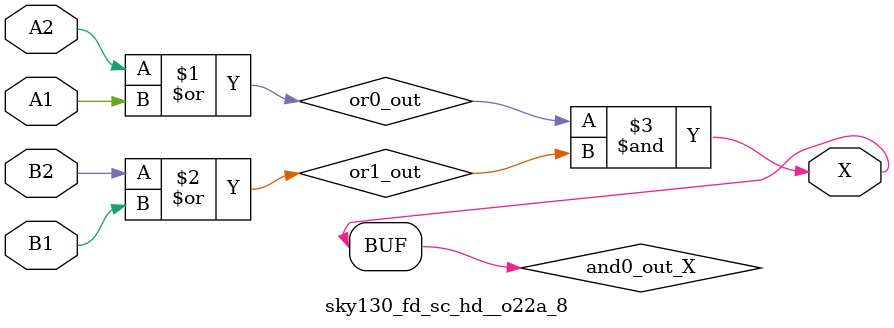
<source format=v>
module sky130_fd_sc_hd__o22a_8 (
    X ,
    A1,
    A2,
    B1,
    B2
);
    output X ;
    input  A1;
    input  A2;
    input  B1;
    input  B2;
    wire or0_out   ;
    wire or1_out   ;
    wire and0_out_X;
    or  or0  (or0_out   , A2, A1          );
    or  or1  (or1_out   , B2, B1          );
    and and0 (and0_out_X, or0_out, or1_out);
    buf buf0 (X         , and0_out_X      );
endmodule
</source>
